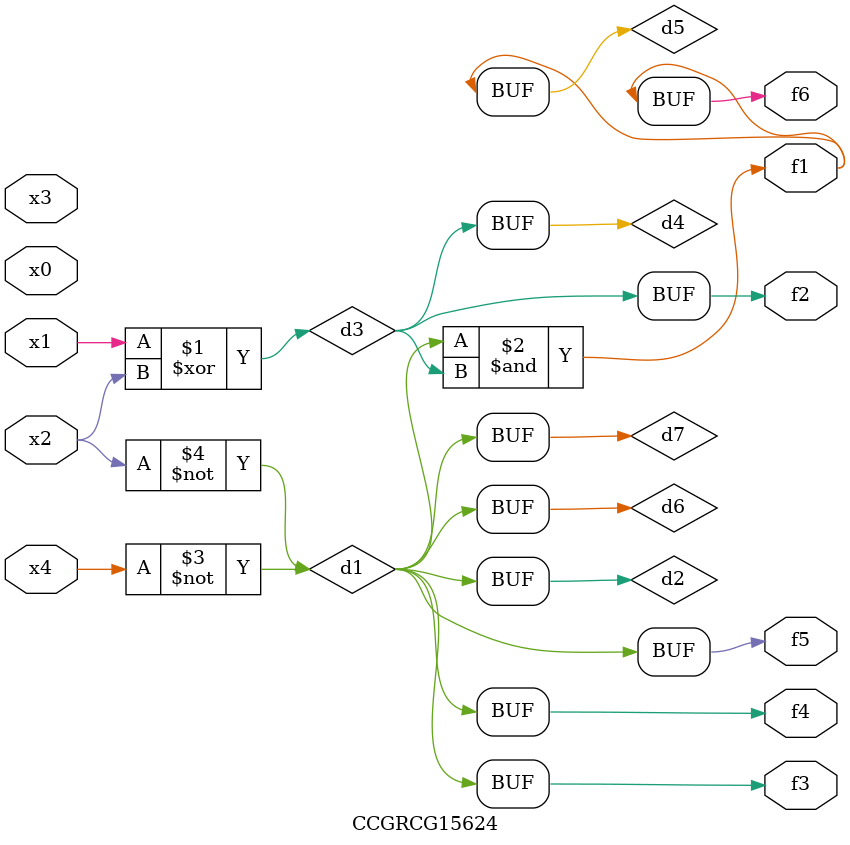
<source format=v>
module CCGRCG15624(
	input x0, x1, x2, x3, x4,
	output f1, f2, f3, f4, f5, f6
);

	wire d1, d2, d3, d4, d5, d6, d7;

	not (d1, x4);
	not (d2, x2);
	xor (d3, x1, x2);
	buf (d4, d3);
	and (d5, d1, d3);
	buf (d6, d1, d2);
	buf (d7, d2);
	assign f1 = d5;
	assign f2 = d4;
	assign f3 = d7;
	assign f4 = d7;
	assign f5 = d7;
	assign f6 = d5;
endmodule

</source>
